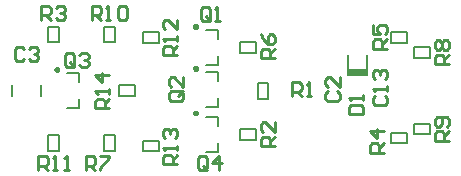
<source format=gbr>
%FSTAX25Y25*%
%MOMM*%
%SFA1B1*%

%IPPOS*%
%ADD29C,0.200000*%
%ADD30C,0.253999*%
%ADD31C,0.250000*%
%ADD32R,1.549997X0.549999*%
%LNmicamp_legend_top-1*%
%LPD*%
G54D29*
X-1602498Y0132499D02*
Y0302498D01*
X-1447497Y0132499D02*
Y0302498D01*
X-1602498Y0132499D02*
X-1447497D01*
X-2382499Y03175D02*
Y0407499D01*
X-2517498Y03175D02*
Y0407499D01*
X-2382499*
X-2517498Y03175D02*
X-2382499D01*
X-2804998Y-0219999D02*
X-2704998D01*
Y-0299999D02*
Y-0219999D01*
X-2804998Y-0519998D02*
X-2704998D01*
Y-0439999*
X-3669997Y0407499D02*
X-3579997D01*
X-3669997Y0542498D02*
X-3579997D01*
Y0407499D02*
Y0542498D01*
X-3669997Y0407499D02*
Y0542498D01*
X-3342497Y-0514997D02*
Y-0424997D01*
X-3207499Y-0514997D02*
Y-0424997D01*
X-3342497Y-0514997D02*
X-3207499D01*
X-3342497Y-0424997D02*
X-3207499D01*
X-3342497Y0404997D02*
Y0494997D01*
X-3207499Y0404997D02*
Y0494997D01*
X-3342497Y0404997D02*
X-3207499D01*
X-3342497Y0494997D02*
X-3207499D01*
X-3669997Y-0377499D02*
X-3579997D01*
X-3669997Y-0512498D02*
X-3579997D01*
X-3669997D02*
Y-0377499D01*
X-3579997Y-0512498D02*
Y-0377499D01*
X-4144998Y-0512498D02*
X-4054998D01*
X-4144998Y-0377499D02*
X-4054998D01*
Y-0512498D02*
Y-0377499D01*
X-4144998Y-0512498D02*
Y-0377499D01*
X-3409998Y-0044998D02*
Y0044998D01*
X-3544999Y-0044998D02*
Y0044998D01*
X-3409998*
X-3544999Y-0044998D02*
X-3409998D01*
X-3979999Y0149999D02*
X-3879999D01*
Y0069999D02*
Y0149999D01*
X-3979999Y-0149999D02*
X-3879999D01*
Y-0069999*
X-4144998Y0407499D02*
X-4054998D01*
X-4144998Y0542498D02*
X-4054998D01*
Y0407499D02*
Y0542498D01*
X-4144998Y0407499D02*
Y0542498D01*
X-2382499Y-0414997D02*
Y-0324998D01*
X-2517498Y-0414997D02*
Y-0324998D01*
X-2382499*
X-2517498Y-0414997D02*
X-2382499D01*
X-2369997Y-0067497D02*
X-2279997D01*
X-2369997Y0067497D02*
X-2279997D01*
Y-0067497D02*
Y0067497D01*
X-2369997Y-0067497D02*
Y0067497D01*
X-2804998Y0512498D02*
X-2704998D01*
Y0432498D02*
Y0512498D01*
X-2804998Y0212498D02*
X-2704998D01*
Y0292498*
X-2804998Y0157497D02*
X-2704998D01*
Y0077497D02*
Y0157497D01*
X-2804998Y-0142499D02*
X-2704998D01*
Y-0062499*
X-4202498Y-0049999D02*
Y0049999D01*
X-4447499Y-0049999D02*
Y0049999D01*
X-1107498Y-0444997D02*
Y-0354998D01*
X-1242499Y-0444997D02*
Y-0354998D01*
X-1107498*
X-1242499Y-0444997D02*
X-1107498D01*
X-1242499Y0404997D02*
Y0494997D01*
X-1107498Y0404997D02*
Y0494997D01*
X-1242499Y0404997D02*
X-1107498D01*
X-1242499Y0494997D02*
X-1107498D01*
X-1042499Y0279999D02*
Y0369999D01*
X-0907498Y0279999D02*
Y0369999D01*
X-1042499Y0279999D02*
X-0907498D01*
X-1042499Y0369999D02*
X-0907498D01*
X-1042499Y-0369999D02*
Y-0279999D01*
X-0907498Y-0369999D02*
Y-0279999D01*
X-1042499Y-0369999D02*
X-0907498D01*
X-1042499Y-0279999D02*
X-0907498D01*
G54D30*
X-1594959Y-0199999D02*
X-1474998D01*
Y-0140017*
X-1494993Y-0120025*
X-1574967*
X-1594959Y-0140017*
Y-0199999*
X-1474998Y-0080037D02*
Y-004005D01*
Y-0060043*
X-1594959*
X-1574967Y-0080037*
X-3624999Y-0147497D02*
X-374496D01*
Y-0087518*
X-3724965Y-0067525*
X-3684978*
X-3664986Y-0087518*
Y-0147497*
Y-010751D02*
X-3624999Y-0067525D01*
Y-0027538D02*
Y0012446D01*
Y-0007543*
X-374496*
X-3724965Y-0027538*
X-3624999Y0132407D02*
X-374496D01*
X-3684978Y0072428*
Y0152402*
X-3049998Y-0624997D02*
X-316996D01*
Y-0565017*
X-3149965Y-0545025*
X-3109978*
X-3089986Y-0565017*
Y-0624997*
Y-0585012D02*
X-3049998Y-0545025D01*
Y-0505038D02*
Y-0465051D01*
Y-0485043*
X-316996*
X-3149965Y-0505038*
Y-0405069D02*
X-316996Y-0385076D01*
Y-0345089*
X-3149965Y-0325094*
X-3129973*
X-3109978Y-0345089*
Y-0365081*
Y-0345089*
X-3089986Y-0325094*
X-3069993*
X-3049998Y-0345089*
Y-0385076*
X-3069993Y-0405069*
X-3049998Y0299999D02*
X-316996D01*
Y0359978*
X-3149965Y0379973*
X-3109978*
X-3089986Y0359978*
Y0299999*
Y0339986D02*
X-3049998Y0379973D01*
Y0419958D02*
Y0459945D01*
Y0439953*
X-316996*
X-3149965Y0419958*
X-3049998Y0599902D02*
Y0519927D01*
X-3129973Y0599902*
X-3149965*
X-316996Y0579907*
Y053992*
X-3149965Y0519927*
X-4224997Y-0674999D02*
Y-0555038D01*
X-4165018*
X-4145026Y-057503*
Y-0615017*
X-4165018Y-0635012*
X-4224997*
X-418501D02*
X-4145026Y-0674999D01*
X-4105038D02*
X-4065051D01*
X-4085043*
Y-0555038*
X-4105038Y-057503*
X-4005069Y-0674999D02*
X-3965082D01*
X-3985074*
Y-0555038*
X-4005069Y-057503*
X-3774998Y0597499D02*
Y0717458D01*
X-3715016*
X-3695024Y0697466*
Y0657479*
X-3715016Y0637486*
X-3774998*
X-3735011D02*
X-3695024Y0597499D01*
X-3655037D02*
X-3615049D01*
X-3635044*
Y0717458*
X-3655037Y0697466*
X-355507D02*
X-3535075Y0717458D01*
X-349509*
X-3475095Y0697466*
Y0617491*
X-349509Y0597499*
X-3535075*
X-355507Y0617491*
Y0697466*
X-0749998Y-0424997D02*
X-086996D01*
Y-0365018*
X-0849967Y-0345025*
X-080998*
X-0789985Y-0365018*
Y-0424997*
Y-038501D02*
X-0749998Y-0345025D01*
X-0769993Y-0305038D02*
X-0749998Y-0285043D01*
Y-0245056*
X-0769993Y-0225064*
X-0849967*
X-086996Y-0245056*
Y-0285043*
X-0849967Y-0305038*
X-0829972*
X-080998Y-0285043*
Y-0225064*
X-0749998Y0224998D02*
X-086996D01*
Y028498*
X-0849967Y0304972*
X-080998*
X-0789985Y028498*
Y0224998*
Y0264985D02*
X-0749998Y0304972D01*
X-0849967Y0344959D02*
X-086996Y0364954D01*
Y0404939*
X-0849967Y0424934*
X-0829972*
X-080998Y0404939*
X-0789985Y0424934*
X-0769993*
X-0749998Y0404939*
Y0364954*
X-0769993Y0344959*
X-0789985*
X-080998Y0364954*
X-0829972Y0344959*
X-0849967*
X-080998Y0364954D02*
Y0404939D01*
X-3824998Y-0674999D02*
Y-0555038D01*
X-3765016*
X-3745024Y-057503*
Y-0615017*
X-3765016Y-0635012*
X-3824998*
X-3785011D02*
X-3745024Y-0674999D01*
X-3705037Y-0555038D02*
X-3625062D01*
Y-057503*
X-3705037Y-0655005*
Y-0674999*
X-2224999Y0274998D02*
X-2344958D01*
Y033498*
X-2324966Y0354972*
X-2284978*
X-2264986Y033498*
Y0274998*
Y0314985D02*
X-2224999Y0354972D01*
X-2344958Y0474934D02*
X-2324966Y0434947D01*
X-2284978Y0394959*
X-2244991*
X-2224999Y0414954*
Y0454941*
X-2244991Y0474934*
X-2264986*
X-2284978Y0454941*
Y0394959*
X-1274998Y0354998D02*
X-139496D01*
Y0414977*
X-1374965Y0434972*
X-133498*
X-1314985Y0414977*
Y0354998*
Y0394985D02*
X-1274998Y0434972D01*
X-139496Y0554934D02*
Y0474959D01*
X-133498*
X-1354973Y0514946*
Y0534941*
X-133498Y0554934*
X-1294993*
X-1274998Y0534941*
Y0494954*
X-1294993Y0474959*
X-1299999Y-0524997D02*
X-1419959D01*
Y-0465018*
X-1399966Y-0445025*
X-1359979*
X-1339984Y-0465018*
Y-0524997*
Y-0485013D02*
X-1299999Y-0445025D01*
Y-0345056D02*
X-1419959D01*
X-1359979Y-0405038*
Y-0325064*
X-4199999Y0597499D02*
Y0717458D01*
X-4140017*
X-4120024Y0697466*
Y0657479*
X-4140017Y0637486*
X-4199999*
X-4160012D02*
X-4120024Y0597499D01*
X-4080037Y0697466D02*
X-4060042Y0717458D01*
X-4020058*
X-4000063Y0697466*
Y0677473*
X-4020058Y0657479*
X-404005*
X-4020058*
X-4000063Y0637486*
Y0617491*
X-4020058Y0597499*
X-4060042*
X-4080037Y0617491*
X-2224999Y-0469999D02*
X-2344958D01*
Y-0410019*
X-2324966Y-0390024*
X-2284978*
X-2264986Y-0410019*
Y-0469999*
Y-0430011D02*
X-2224999Y-0390024D01*
Y-0270062D02*
Y-0350037D01*
X-2304973Y-0270062*
X-2324966*
X-2344958Y-0290057*
Y-0330045*
X-2324966Y-0350037*
X-2074999Y-0049999D02*
Y0069959D01*
X-2015017*
X-1995025Y0049966*
Y0009979*
X-2015017Y-0010012*
X-2074999*
X-2035012D02*
X-1995025Y-0049999D01*
X-1955038D02*
X-191505D01*
X-1935043*
Y0069959*
X-1955038Y0049966*
X-2795023Y-0655005D02*
Y-057503D01*
X-2815018Y-0555038*
X-2855005*
X-2874998Y-057503*
Y-0655005*
X-2855005Y-0674999*
X-2815018*
X-283501Y-0635012D02*
X-2795023Y-0674999D01*
X-2815018D02*
X-2795023Y-0655005D01*
X-2695056Y-0674999D02*
Y-0555038D01*
X-2755038Y-0615017*
X-2675064*
X-3920025Y0219991D02*
Y0299966D01*
X-3940017Y0319958*
X-3980004*
X-3999999Y0299966*
Y0219991*
X-3980004Y0199999*
X-3940017*
X-3960012Y0239986D02*
X-3920025Y0199999D01*
X-3940017D02*
X-3920025Y0219991D01*
X-3880037Y0299966D02*
X-3860043Y0319958D01*
X-3820055*
X-3800063Y0299966*
Y0279971*
X-3820055Y0259979*
X-384005*
X-3820055*
X-3800063Y0239986*
Y0219991*
X-3820055Y0199999*
X-3860043*
X-3880037Y0219991*
X-3019993Y-0007523D02*
X-3099965D01*
X-311996Y-0027518*
Y-0067505*
X-3099965Y-0087497*
X-3019993*
X-2999999Y-0067505*
Y-0027518*
X-3039986Y-004751D02*
X-2999999Y-0007523D01*
Y-0027518D02*
X-3019993Y-0007523D01*
X-2999999Y0112433D02*
Y0032458D01*
X-3079973Y0112433*
X-3099965*
X-311996Y009244*
Y0052453*
X-3099965Y0032458*
X-2770024Y0607491D02*
Y0687466D01*
X-2790019Y0707458*
X-2830004*
X-2849999Y0687466*
Y0607491*
X-2830004Y0587499*
X-2790019*
X-2810012Y0627486D02*
X-2770024Y0587499D01*
X-2790019D02*
X-2770024Y0607491D01*
X-2730037Y0587499D02*
X-269005D01*
X-2710042*
Y0707458*
X-2730037Y0687466*
X-1374965Y-0045024D02*
X-139496Y-0065018D01*
Y-0105003*
X-1374965Y-0124998*
X-1294993*
X-1274998Y-0105003*
Y-0065018*
X-1294993Y-0045024*
X-1274998Y-0005036D02*
Y0034947D01*
Y0014952*
X-139496*
X-1374965Y-0005036*
Y0094927D02*
X-139496Y0114922D01*
Y0154909*
X-1374965Y0174901*
X-1354973*
X-133498Y0154909*
Y0134914*
Y0154909*
X-1314985Y0174901*
X-1294993*
X-1274998Y0154909*
Y0114922*
X-1294993Y0094927*
X-4345025Y0349966D02*
X-4365017Y0369958D01*
X-4405005*
X-4424997Y0349966*
Y0269991*
X-4405005Y0249999*
X-4365017*
X-4345025Y0269991*
X-4305038Y0349966D02*
X-4285043Y0369958D01*
X-4245056*
X-4225063Y0349966*
Y0329973*
X-4245056Y0309979*
X-4265051*
X-4245056*
X-4225063Y0289986*
Y0269991*
X-4245056Y0249999*
X-4285043*
X-4305038Y0269991*
X-1774967Y-0007523D02*
X-1794959Y-0027518D01*
Y-0067505*
X-1774967Y-0087497*
X-1694992*
X-1674997Y-0067505*
Y-0027518*
X-1694992Y-0007523*
X-1674997Y0112433D02*
Y0032458D01*
X-1754972Y0112433*
X-1774967*
X-1794959Y009244*
Y0052453*
X-1774967Y0032458*
G54D31*
X-2882498Y-0189999D02*
D01*
X-2882529Y-0189125*
X-288262Y-0188259*
X-2882773Y-0187398*
X-2882983Y-0186552*
X-2883253Y-0185722*
X-2883578Y-0184914*
X-2883961Y-0184129*
X-2884398Y-0183375*
X-2884886Y-0182651*
X-2885422Y-0181963*
X-2886006Y-0181315*
X-2886633Y-0180708*
X-2887301Y-0180149*
X-2888007Y-0179636*
X-2888749Y-0179174*
X-2889519Y-0178762*
X-2890316Y-0178409*
X-2891137Y-0178109*
X-2891975Y-0177871*
X-2892828Y-0177688*
X-2893692Y-0177566*
X-2894563Y-0177505*
X-2895434*
X-2896306Y-0177566*
X-2897169Y-0177688*
X-2898023Y-0177871*
X-2898861Y-0178109*
X-2899681Y-0178409*
X-2900479Y-0178762*
X-2901248Y-0179174*
X-2901988Y-0179636*
X-2902694Y-0180149*
X-2903362Y-0180708*
X-2903989Y-0181315*
X-2904573Y-0181963*
X-2905112Y-0182651*
X-2905599Y-0183375*
X-2906034Y-0184129*
X-2906417Y-0184914*
X-2906745Y-0185722*
X-2907014Y-0186552*
X-2907225Y-0187398*
X-2907377Y-0188259*
X-2907469Y-0189125*
X-2907499Y-0189999*
X-2907469Y-019087*
X-2907377Y-0191739*
X-2907225Y-0192598*
X-2907014Y-0193443*
X-2906745Y-0194274*
X-2906417Y-0195082*
X-2906034Y-0195867*
X-2905599Y-0196623*
X-2905112Y-0197345*
X-2904573Y-0198033*
X-2903989Y-0198681*
X-2903362Y-0199288*
X-2902694Y-0199849*
X-2901988Y-0200362*
X-2901248Y-0200825*
X-2900479Y-0201234*
X-2899681Y-0201589*
X-2898861Y-0201886*
X-2898023Y-0202128*
X-2897169Y-0202308*
X-2896306Y-020243*
X-2895434Y-0202491*
X-2894563*
X-2893692Y-020243*
X-2892828Y-0202308*
X-2891975Y-0202128*
X-2891137Y-0201886*
X-2890316Y-0201589*
X-2889519Y-0201234*
X-2888749Y-0200825*
X-2888007Y-0200362*
X-2887301Y-0199849*
X-2886633Y-0199288*
X-2886006Y-0198681*
X-2885422Y-0198033*
X-2884886Y-0197345*
X-2884398Y-0196623*
X-2883961Y-0195867*
X-2883578Y-0195082*
X-2883253Y-0194274*
X-2882983Y-0193443*
X-2882773Y-0192598*
X-288262Y-0191739*
X-2882529Y-019087*
X-2882498Y-0189999*
X-4057497Y0179999D02*
D01*
X-4057528Y018087*
X-4057619Y0181739*
X-4057771Y0182598*
X-4057982Y0183443*
X-4058251Y0184274*
X-4058579Y0185082*
X-405896Y0185867*
X-4059397Y0186623*
X-4059885Y0187345*
X-4060423Y0188033*
X-4061007Y0188681*
X-4061635Y0189288*
X-4062303Y0189849*
X-4063009Y0190362*
X-4063748Y0190825*
X-4064518Y0191234*
X-4065315Y0191589*
X-4066136Y0191886*
X-4066974Y0192128*
X-4067827Y0192308*
X-4068691Y019243*
X-4069562Y0192491*
X-4070433*
X-4071305Y019243*
X-4072168Y0192308*
X-4073022Y0192128*
X-407386Y0191886*
X-407468Y0191589*
X-4075478Y0191234*
X-4076247Y0190825*
X-4076989Y0190362*
X-4077695Y0189849*
X-4078363Y0189288*
X-4078991Y0188681*
X-4079575Y0188033*
X-4080111Y0187345*
X-4080598Y0186623*
X-4081035Y0185867*
X-4081416Y0185082*
X-4081744Y0184274*
X-4082013Y0183443*
X-4082224Y0182598*
X-4082376Y0181739*
X-4082468Y018087*
X-4082498Y0179999*
X-4082468Y0179125*
X-4082376Y0178259*
X-4082224Y0177398*
X-4082013Y0176552*
X-4081744Y0175722*
X-4081416Y0174914*
X-4081035Y0174129*
X-4080598Y0173375*
X-4080111Y0172651*
X-4079575Y0171963*
X-4078991Y0171315*
X-4078363Y0170708*
X-4077695Y0170149*
X-4076989Y0169636*
X-4076247Y0169174*
X-4075478Y0168762*
X-407468Y0168409*
X-407386Y0168109*
X-4073022Y0167871*
X-4072168Y0167688*
X-4071305Y0167566*
X-4070433Y0167505*
X-4069562*
X-4068691Y0167566*
X-4067827Y0167688*
X-4066974Y0167871*
X-4066136Y0168109*
X-4065315Y0168409*
X-4064518Y0168762*
X-4063748Y0169174*
X-4063009Y0169636*
X-4062303Y0170149*
X-4061635Y0170708*
X-4061007Y0171315*
X-4060423Y0171963*
X-4059885Y0172651*
X-4059397Y0173375*
X-405896Y0174129*
X-4058579Y0174914*
X-4058251Y0175722*
X-4057982Y0176552*
X-4057771Y0177398*
X-4057619Y0178259*
X-4057528Y0179125*
X-4057497Y0179999*
X-2882498Y0542498D02*
D01*
X-2882529Y0543369*
X-288262Y0544238*
X-2882773Y0545096*
X-2882983Y0545945*
X-2883253Y0546773*
X-2883578Y0547583*
X-2883961Y0548368*
X-2884398Y0549122*
X-2884886Y0549846*
X-2885422Y0550534*
X-2886006Y0551182*
X-2886633Y0551787*
X-2887301Y0552348*
X-2888007Y0552861*
X-2888749Y0553323*
X-2889519Y0553732*
X-2890316Y0554088*
X-2891137Y0554388*
X-2891975Y0554626*
X-2892828Y0554809*
X-2893692Y0554929*
X-2894563Y055499*
X-2895434*
X-2896306Y0554929*
X-2897169Y0554809*
X-2898023Y0554626*
X-2898861Y0554388*
X-2899681Y0554088*
X-2900479Y0553732*
X-2901248Y0553323*
X-2901988Y0552861*
X-2902694Y0552348*
X-2903362Y0551787*
X-2903989Y0551182*
X-2904573Y0550534*
X-2905112Y0549846*
X-2905599Y0549122*
X-2906034Y0548368*
X-2906417Y0547583*
X-2906745Y0546773*
X-2907014Y0545945*
X-2907225Y0545096*
X-2907377Y0544238*
X-2907469Y0543369*
X-2907499Y0542498*
X-2907469Y0541627*
X-2907377Y0540758*
X-2907225Y0539899*
X-2907014Y0539054*
X-2906745Y0538223*
X-2906417Y0537415*
X-2906034Y053663*
X-2905599Y0535873*
X-2905112Y0535152*
X-2904573Y0534464*
X-2903989Y0533816*
X-2903362Y0533209*
X-2902694Y0532648*
X-2901988Y0532135*
X-2901248Y0531672*
X-2900479Y0531263*
X-2899681Y0530908*
X-2898861Y0530611*
X-2898023Y0530369*
X-2897169Y0530189*
X-2896306Y0530067*
X-2895434Y0530006*
X-2894563*
X-2893692Y0530067*
X-2892828Y0530189*
X-2891975Y0530369*
X-2891137Y0530611*
X-2890316Y0530908*
X-2889519Y0531263*
X-2888749Y0531672*
X-2888007Y0532135*
X-2887301Y0532648*
X-2886633Y0533209*
X-2886006Y0533816*
X-2885422Y0534464*
X-2884886Y0535152*
X-2884398Y0535873*
X-2883961Y053663*
X-2883578Y0537415*
X-2883253Y0538223*
X-2882983Y0539054*
X-2882773Y0539899*
X-288262Y0540758*
X-2882529Y0541627*
X-2882498Y0542498*
Y0187497D02*
D01*
X-2882529Y0188371*
X-288262Y0189237*
X-2882773Y0190098*
X-2882983Y0190944*
X-2883253Y0191775*
X-2883578Y0192582*
X-2883961Y0193367*
X-2884398Y0194122*
X-2884886Y0194845*
X-2885422Y0195534*
X-2886006Y0196181*
X-2886633Y0196789*
X-2887301Y0197347*
X-2888007Y019786*
X-2888749Y0198323*
X-2889519Y0198734*
X-2890316Y0199087*
X-2891137Y0199387*
X-2891975Y0199626*
X-2892828Y0199809*
X-2893692Y0199931*
X-2894563Y0199991*
X-2895434*
X-2896306Y0199931*
X-2897169Y0199809*
X-2898023Y0199626*
X-2898861Y0199387*
X-2899681Y0199087*
X-2900479Y0198734*
X-2901248Y0198323*
X-2901988Y019786*
X-2902694Y0197347*
X-2903362Y0196789*
X-2903989Y0196181*
X-2904573Y0195534*
X-2905112Y0194845*
X-2905599Y0194122*
X-2906034Y0193367*
X-2906417Y0192582*
X-2906745Y0191775*
X-2907014Y0190944*
X-2907225Y0190098*
X-2907377Y0189237*
X-2907469Y0188371*
X-2907499Y0187497*
X-2907469Y0186626*
X-2907377Y0185757*
X-2907225Y0184899*
X-2907014Y0184053*
X-2906745Y0183222*
X-2906417Y0182415*
X-2906034Y018163*
X-2905599Y0180875*
X-2905112Y0180152*
X-2904573Y0179463*
X-2903989Y0178816*
X-2903362Y0178208*
X-2902694Y0177647*
X-2901988Y0177134*
X-2901248Y0176672*
X-2900479Y0176263*
X-2899681Y0175907*
X-2898861Y017561*
X-2898023Y0175369*
X-2897169Y0175188*
X-2896306Y0175066*
X-2895434Y0175006*
X-2894563*
X-2893692Y0175066*
X-2892828Y0175188*
X-2891975Y0175369*
X-2891137Y017561*
X-2890316Y0175907*
X-2889519Y0176263*
X-2888749Y0176672*
X-2888007Y0177134*
X-2887301Y0177647*
X-2886633Y0178208*
X-2886006Y0178816*
X-2885422Y0179463*
X-2884886Y0180152*
X-2884398Y0180875*
X-2883961Y018163*
X-2883578Y0182415*
X-2883253Y0183222*
X-2882983Y0184053*
X-2882773Y0184899*
X-288262Y0185757*
X-2882529Y0186626*
X-2882498Y0187497*
G54D32*
X-1525Y0159997D03*
M02*
</source>
